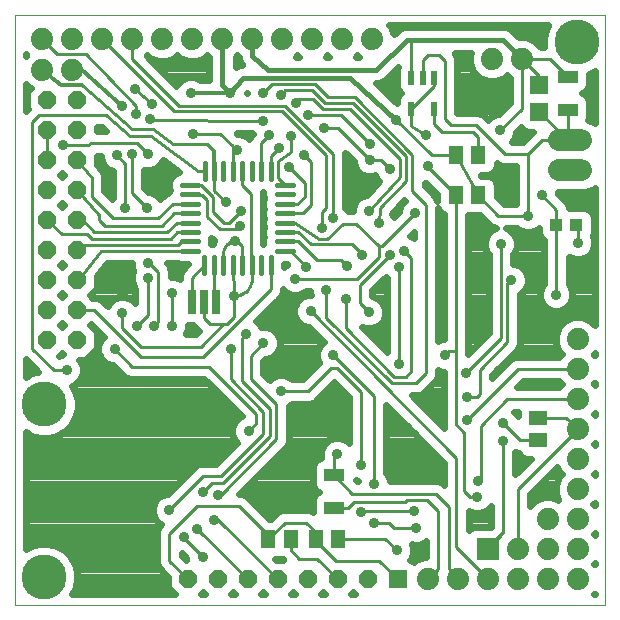
<source format=gbl>
G75*
G70*
%OFA0B0*%
%FSLAX24Y24*%
%IPPOS*%
%LPD*%
%AMOC8*
5,1,8,0,0,1.08239X$1,22.5*
%
%ADD10C,0.0000*%
%ADD11R,0.0700X0.0440*%
%ADD12C,0.0740*%
%ADD13C,0.0170*%
%ADD14R,0.0600X0.0600*%
%ADD15R,0.0276X0.0787*%
%ADD16OC8,0.0600*%
%ADD17R,0.0512X0.0630*%
%ADD18R,0.0740X0.0740*%
%ADD19R,0.0433X0.0394*%
%ADD20R,0.0217X0.0472*%
%ADD21R,0.0512X0.0591*%
%ADD22C,0.0740*%
%ADD23R,0.0630X0.0512*%
%ADD24C,0.0100*%
%ADD25C,0.0356*%
%ADD26C,0.0120*%
%ADD27C,0.0160*%
%ADD28C,0.1502*%
%ADD29C,0.0240*%
D10*
X000353Y000635D02*
X000353Y020320D01*
X020038Y020320D01*
X020038Y000635D01*
X000353Y000635D01*
D11*
X010994Y003867D03*
X010994Y004967D03*
X018778Y017153D03*
X018778Y018253D03*
D12*
X017262Y018840D03*
X016262Y018840D03*
X012276Y019495D03*
X011276Y019495D03*
X010276Y019495D03*
X009276Y019495D03*
X008276Y019495D03*
X007276Y019495D03*
X006268Y019495D03*
X005268Y019495D03*
X004268Y019495D03*
X003268Y019495D03*
X002268Y019495D03*
X001268Y019495D03*
X001276Y018489D03*
X002276Y018489D03*
X018113Y003497D03*
X018111Y002507D03*
X017111Y002507D03*
X017142Y001509D03*
X016142Y001509D03*
X015142Y001509D03*
X014142Y001509D03*
X018142Y001509D03*
X019142Y001509D03*
X019111Y002507D03*
X019113Y003497D03*
X019113Y004501D03*
X019113Y005501D03*
X019113Y006501D03*
X019113Y007501D03*
X019113Y008501D03*
X019113Y009501D03*
D13*
X009615Y012440D02*
X009085Y012440D01*
X009085Y012760D02*
X009615Y012760D01*
X009615Y013070D02*
X009085Y013070D01*
X009085Y013390D02*
X009615Y013390D01*
X009615Y013700D02*
X009085Y013700D01*
X009085Y014010D02*
X009615Y014010D01*
X009615Y014330D02*
X009085Y014330D01*
X009085Y014650D02*
X009615Y014650D01*
X008880Y014853D02*
X008880Y015383D01*
X008566Y015383D02*
X008566Y014853D01*
X008251Y014853D02*
X008251Y015383D01*
X007936Y015383D02*
X007936Y014853D01*
X007621Y014853D02*
X007621Y015383D01*
X007306Y015383D02*
X007306Y014853D01*
X006991Y014853D02*
X006991Y015383D01*
X006680Y015385D02*
X006680Y014855D01*
X006462Y014648D02*
X005932Y014648D01*
X005935Y014330D02*
X006465Y014330D01*
X006465Y014010D02*
X005935Y014010D01*
X005935Y013700D02*
X006465Y013700D01*
X006465Y013390D02*
X005935Y013390D01*
X005935Y013070D02*
X006465Y013070D01*
X006465Y012760D02*
X005935Y012760D01*
X005935Y012440D02*
X006465Y012440D01*
X006676Y012235D02*
X006676Y011705D01*
X006991Y011705D02*
X006991Y012235D01*
X007306Y012235D02*
X007306Y011705D01*
X007621Y011705D02*
X007621Y012235D01*
X007936Y012235D02*
X007936Y011705D01*
X008251Y011705D02*
X008251Y012235D01*
X008566Y012235D02*
X008566Y011705D01*
X008880Y011705D02*
X008880Y012235D01*
D14*
X017829Y017085D03*
X017829Y017985D03*
X013126Y001493D03*
D15*
X007050Y010741D03*
X006656Y010741D03*
X006262Y010741D03*
D16*
X002428Y010470D03*
X002428Y009470D03*
X001428Y009470D03*
X001428Y010470D03*
X001428Y011470D03*
X002428Y011470D03*
X002428Y012470D03*
X002428Y013470D03*
X002428Y014470D03*
X002428Y015470D03*
X002428Y016470D03*
X002428Y017470D03*
X001428Y017470D03*
X001428Y016470D03*
X001428Y015470D03*
X001428Y014470D03*
X001428Y013470D03*
X001428Y012470D03*
X006126Y001493D03*
X007126Y001493D03*
X008126Y001493D03*
X009126Y001493D03*
X010126Y001493D03*
X011126Y001493D03*
X012126Y001493D03*
D17*
X011140Y002848D03*
X010392Y002848D03*
X009557Y002848D03*
X008809Y002848D03*
D18*
X016111Y002507D03*
D19*
X018408Y013320D03*
X019077Y013320D03*
D20*
X014321Y017190D03*
X013573Y017190D03*
X013573Y018214D03*
X013947Y018214D03*
X014321Y018214D03*
D21*
X015061Y015627D03*
X015809Y015627D03*
X015802Y014304D03*
X015054Y014304D03*
D22*
X018495Y015127D02*
X019235Y015127D01*
X019235Y016127D02*
X018495Y016127D01*
D23*
X017786Y006879D03*
X017786Y006131D03*
D24*
X017199Y006131D01*
X016632Y006698D01*
X016632Y006107D02*
X016632Y003029D01*
X017111Y002507D02*
X017111Y004499D01*
X019113Y006501D01*
X018735Y006879D01*
X017786Y006879D01*
X016766Y007501D02*
X015884Y006619D01*
X015884Y004887D01*
X015786Y004789D01*
X015333Y004434D02*
X015530Y004237D01*
X015766Y004237D01*
X015333Y004434D02*
X015333Y006383D01*
X015054Y006663D01*
X015054Y009100D01*
X014821Y009100D01*
X014683Y008962D01*
X015054Y009100D02*
X015054Y014304D01*
X014113Y015245D01*
X014113Y015261D01*
X014258Y015627D02*
X013069Y016796D01*
X013573Y016611D02*
X013573Y017190D01*
X014321Y017938D01*
X014321Y018214D01*
X013947Y018214D02*
X013947Y018816D01*
X014113Y018981D01*
X014487Y018981D01*
X014683Y018785D01*
X014683Y016836D01*
X014880Y016639D01*
X015727Y016639D01*
X016691Y015674D01*
X017459Y015674D01*
X017931Y016147D01*
X018845Y016147D01*
X018865Y016127D01*
X018787Y016127D01*
X017829Y017085D01*
X017262Y017190D02*
X017262Y018840D01*
X017829Y018273D01*
X017829Y017985D01*
X018191Y018840D02*
X017262Y018840D01*
X018191Y018840D02*
X018778Y018253D01*
X018778Y017153D02*
X018778Y016214D01*
X018865Y016127D01*
X017459Y015674D02*
X017459Y013607D01*
X016475Y013607D01*
X015786Y014296D01*
X015802Y014304D02*
X015061Y015627D01*
X014258Y015627D01*
X014054Y016304D02*
X013573Y016611D01*
X014321Y016666D02*
X014585Y016403D01*
X015628Y016403D01*
X015806Y016226D01*
X015806Y015631D01*
X015809Y015627D01*
X016534Y016462D02*
X017262Y017190D01*
X014321Y017190D02*
X014321Y016666D01*
X013601Y015655D02*
X013601Y014434D01*
X014054Y013981D01*
X014054Y008371D01*
X013719Y008037D01*
X012912Y008037D01*
X010727Y010222D01*
X010727Y011147D01*
X011396Y010832D02*
X011396Y009867D01*
X013010Y008253D01*
X013384Y008253D01*
X013561Y008430D01*
X013561Y012210D01*
X013325Y012446D01*
X012853Y012308D02*
X011849Y011304D01*
X011849Y010714D01*
X012164Y010399D01*
X011770Y011521D02*
X012479Y012229D01*
X012479Y012603D01*
X012597Y012603D01*
X013699Y013706D01*
X013384Y014789D02*
X012518Y013863D01*
X012479Y013371D01*
X012164Y013785D02*
X013187Y014907D01*
X013187Y015517D01*
X011534Y017170D01*
X010628Y017170D01*
X010294Y017505D01*
X009841Y017505D01*
X009723Y017387D01*
X009349Y017289D02*
X010963Y015674D01*
X010963Y013529D01*
X011298Y013351D02*
X010766Y012859D01*
X010491Y012859D01*
X009685Y013390D01*
X009350Y013390D01*
X009350Y013700D02*
X009953Y013700D01*
X010235Y013981D01*
X010235Y015399D01*
X009998Y015635D01*
X009565Y015753D02*
X009565Y016265D01*
X009152Y015891D02*
X008880Y015619D01*
X008880Y015118D01*
X009132Y014868D02*
X009132Y015458D01*
X009565Y015753D01*
X009487Y015241D02*
X010018Y014710D01*
X010018Y014257D01*
X009771Y014010D01*
X009350Y014010D01*
X009350Y014650D02*
X009132Y014868D01*
X008566Y015118D02*
X008566Y016053D01*
X008837Y016324D01*
X008620Y016777D02*
X004939Y016796D01*
X004861Y016855D01*
X004959Y016501D02*
X004250Y016501D01*
X002597Y017977D01*
X002715Y019001D02*
X001762Y019001D01*
X001268Y019495D01*
X002715Y019001D02*
X004388Y017289D01*
X004388Y016993D01*
X004939Y017328D02*
X004369Y017840D01*
X004268Y018846D02*
X005825Y017289D01*
X009349Y017289D01*
X009270Y017111D02*
X005652Y017111D01*
X003268Y019495D01*
X004268Y019495D02*
X004268Y018846D01*
X003404Y016974D02*
X001160Y016974D01*
X000943Y016757D01*
X000943Y009178D01*
X001652Y008470D01*
X002085Y008470D01*
X003680Y009178D02*
X004270Y008588D01*
X006829Y008588D01*
X008404Y007013D01*
X008404Y006698D01*
X008148Y006442D01*
X008640Y006344D02*
X007243Y004946D01*
X006632Y004946D01*
X005491Y003804D01*
X005510Y003017D02*
X005510Y002109D01*
X006126Y001493D01*
X006613Y002249D02*
X005983Y002879D01*
X005983Y002918D01*
X006435Y003184D02*
X008126Y001493D01*
X009126Y001493D02*
X007130Y003489D01*
X007006Y003489D01*
X006435Y003942D02*
X005510Y003017D01*
X006435Y003942D02*
X007833Y003942D01*
X008809Y002966D01*
X008809Y002848D01*
X009353Y003391D01*
X010077Y003391D01*
X010392Y003076D01*
X010392Y002848D01*
X010392Y002781D01*
X011061Y002111D01*
X012508Y002111D01*
X013126Y001493D01*
X013094Y002461D02*
X012707Y002848D01*
X011140Y002848D01*
X010430Y002190D02*
X011126Y001493D01*
X010430Y002190D02*
X009841Y002190D01*
X009557Y002474D01*
X009557Y002848D01*
X010994Y003867D02*
X011459Y003867D01*
X011652Y004060D01*
X013365Y004060D01*
X013443Y004139D01*
X014093Y004139D01*
X014467Y003765D01*
X014467Y001834D01*
X014142Y001509D01*
X014821Y001830D02*
X015142Y001509D01*
X014821Y001830D02*
X014821Y003922D01*
X014388Y004355D01*
X011606Y004355D01*
X010994Y004967D01*
X010994Y005568D01*
X011101Y005674D01*
X011908Y005320D02*
X011908Y007741D01*
X011101Y008548D01*
X010904Y008548D01*
X010117Y007761D01*
X009231Y007761D01*
X009073Y007328D02*
X009073Y006166D01*
X007223Y004316D01*
X007124Y004316D01*
X007302Y004710D02*
X006928Y004710D01*
X006613Y004395D01*
X007302Y004710D02*
X008857Y006265D01*
X008857Y007170D01*
X007912Y008115D01*
X007912Y009552D01*
X008069Y009690D01*
X008640Y009375D02*
X008227Y008942D01*
X008227Y008174D01*
X009073Y007328D01*
X008640Y007092D02*
X008640Y006344D01*
X008640Y007092D02*
X007557Y008174D01*
X007557Y009178D01*
X007439Y010005D02*
X006849Y010005D01*
X006656Y010198D01*
X006656Y010741D01*
X006991Y010741D02*
X007050Y010741D01*
X006991Y010741D02*
X006991Y011970D01*
X006676Y011970D02*
X006262Y011555D01*
X006262Y010741D01*
X005589Y011048D02*
X005589Y009946D01*
X005136Y010064D02*
X004998Y009926D01*
X005136Y010064D02*
X005136Y011737D01*
X004841Y012033D01*
X004782Y012033D01*
X004782Y011540D02*
X004782Y010300D01*
X004428Y009946D01*
X003935Y009887D02*
X003935Y010379D01*
X003935Y009887D02*
X004565Y009257D01*
X006554Y009257D01*
X007302Y010005D01*
X007439Y010005D01*
X007538Y010103D01*
X007439Y010005D02*
X007676Y010241D01*
X007676Y010950D01*
X007621Y011970D01*
X007306Y011970D02*
X007306Y012411D01*
X007307Y012411D02*
X007310Y012447D01*
X007317Y012482D01*
X007328Y012517D01*
X007342Y012551D01*
X007359Y012583D01*
X007380Y012613D01*
X007403Y012641D01*
X007429Y012666D01*
X007457Y012689D01*
X007487Y012709D01*
X007519Y012726D01*
X007553Y012740D01*
X007588Y012750D01*
X007623Y012757D01*
X007659Y012761D01*
X007696Y012760D01*
X007696Y012761D02*
X007727Y012757D01*
X007757Y012749D01*
X007787Y012737D01*
X007814Y012722D01*
X007840Y012704D01*
X007863Y012683D01*
X007884Y012659D01*
X007901Y012633D01*
X007916Y012605D01*
X007926Y012575D01*
X007933Y012544D01*
X007937Y012513D01*
X007936Y012481D01*
X007936Y011970D01*
X008227Y011993D02*
X008251Y011970D01*
X008251Y011525D01*
X008227Y011993D02*
X008227Y014355D01*
X007936Y014646D01*
X007936Y015118D01*
X007621Y015118D02*
X007621Y015926D01*
X007203Y016344D01*
X006298Y016344D01*
X006770Y016009D02*
X005628Y016009D01*
X004959Y016501D01*
X004880Y016285D02*
X004191Y016285D01*
X003404Y016974D01*
X002872Y016029D02*
X002833Y015989D01*
X001947Y015989D01*
X002428Y015470D02*
X002912Y014887D01*
X002912Y014257D01*
X003640Y013529D01*
X005136Y013529D01*
X005617Y014010D01*
X006200Y014010D01*
X006200Y014330D02*
X006343Y014330D01*
X006357Y014316D01*
X006593Y014316D01*
X006750Y014159D01*
X006750Y013588D01*
X007183Y013174D01*
X007794Y013174D01*
X007872Y013273D01*
X007479Y013371D02*
X007892Y013785D01*
X007479Y013371D02*
X007341Y013371D01*
X006947Y013745D01*
X006947Y014237D01*
X006556Y014628D01*
X006197Y014648D01*
X006459Y015120D02*
X004880Y016285D01*
X004428Y016029D02*
X002872Y016029D01*
X003758Y015635D02*
X004034Y015359D01*
X004034Y013863D01*
X004250Y014375D02*
X004250Y015674D01*
X004428Y016029D02*
X004782Y015674D01*
X004250Y014375D02*
X004762Y013863D01*
X005254Y013292D02*
X005661Y013700D01*
X006200Y013700D01*
X006200Y013390D02*
X006357Y013391D01*
X005746Y013391D01*
X005431Y013076D01*
X003010Y013076D01*
X002617Y013470D01*
X002428Y013470D01*
X002774Y012997D02*
X001939Y012997D01*
X001428Y013470D01*
X002428Y014470D02*
X003148Y013651D01*
X003148Y013489D01*
X003345Y013292D01*
X005254Y013292D01*
X005550Y012859D02*
X005760Y013070D01*
X006200Y013070D01*
X006200Y012760D02*
X005922Y012760D01*
X005806Y012643D01*
X002620Y012643D01*
X002428Y012470D01*
X002912Y012859D02*
X002774Y012997D01*
X002912Y012859D02*
X005550Y012859D01*
X006200Y012440D02*
X003240Y012440D01*
X002447Y011489D01*
X002428Y011470D01*
X002428Y010470D02*
X002998Y010470D01*
X004546Y008922D01*
X006632Y008922D01*
X008880Y011170D01*
X008880Y011970D01*
X009350Y012440D02*
X009552Y012440D01*
X010077Y011914D01*
X009703Y011521D02*
X011770Y011521D01*
X011416Y011954D02*
X011219Y012151D01*
X010412Y012151D01*
X009803Y012760D01*
X009350Y012760D01*
X009350Y013070D02*
X009808Y013070D01*
X010215Y012663D01*
X011593Y012663D01*
X011928Y012328D01*
X011928Y012308D01*
X012479Y012603D02*
X011731Y013351D01*
X011298Y013351D01*
X010609Y013194D02*
X010609Y013745D01*
X010727Y013863D01*
X010727Y015655D01*
X009270Y017111D01*
X009211Y017643D02*
X009349Y017800D01*
X010254Y017800D01*
X010687Y017367D01*
X011613Y017367D01*
X013384Y015596D01*
X013384Y014789D01*
X012853Y015182D02*
X012557Y015477D01*
X012183Y015477D01*
X011120Y016540D01*
X010668Y016540D01*
X010136Y016974D02*
X011219Y016974D01*
X012183Y016009D01*
X013601Y015655D02*
X011691Y017564D01*
X010786Y017564D01*
X010353Y017997D01*
X008916Y017997D01*
X008640Y017702D01*
X006770Y016009D02*
X006991Y015788D01*
X007621Y015718D02*
X007621Y015118D01*
X007621Y015718D02*
X007754Y015812D01*
X006991Y015118D02*
X006991Y014449D01*
X007380Y014060D01*
X006680Y015120D02*
X006459Y015120D01*
X006219Y017702D02*
X006239Y017722D01*
X001428Y016470D02*
X001428Y015470D01*
X007676Y010950D02*
X007721Y010952D01*
X007766Y010957D01*
X007810Y010966D01*
X007854Y010978D01*
X007896Y010994D01*
X007937Y011013D01*
X007976Y011035D01*
X008014Y011060D01*
X008049Y011088D01*
X008083Y011118D01*
X008113Y011152D01*
X008141Y011187D01*
X008166Y011225D01*
X008188Y011264D01*
X008207Y011305D01*
X008223Y011347D01*
X008235Y011391D01*
X008244Y011435D01*
X008249Y011480D01*
X008251Y011525D01*
X010215Y010438D02*
X015077Y005537D01*
X015077Y002574D01*
X016142Y001509D01*
X013719Y003194D02*
X013010Y003194D01*
X012833Y003371D01*
X012321Y003371D01*
X011928Y003765D02*
X011888Y003726D01*
X011928Y003765D02*
X013660Y003765D01*
X012321Y004690D02*
X012321Y007623D01*
X010963Y008981D01*
X013168Y008686D02*
X013168Y011895D01*
X015845Y008489D02*
X015845Y007682D01*
X015746Y007584D01*
X015412Y007584D01*
X015431Y006816D02*
X017124Y008509D01*
X019105Y008509D01*
X019113Y008501D01*
X019113Y007501D02*
X016766Y007501D01*
X015845Y008489D02*
X016770Y009414D01*
X016770Y011383D01*
X016908Y011481D01*
X016554Y012682D02*
X016554Y009533D01*
X015392Y008371D01*
X018404Y010989D02*
X018404Y013371D01*
X018404Y013324D01*
X018408Y013320D01*
X018404Y013371D02*
X018404Y013824D01*
X017931Y014296D01*
X019077Y013320D02*
X019132Y013265D01*
X019132Y012702D01*
X013573Y018214D02*
X013573Y019474D01*
X013620Y019474D01*
D25*
X013069Y016796D03*
X012183Y016009D03*
X012183Y015477D03*
X012853Y015182D03*
X014113Y015261D03*
X014054Y016304D03*
X016534Y016462D03*
X017931Y014296D03*
X017459Y013607D03*
X016554Y012682D03*
X016908Y011481D03*
X018404Y010989D03*
X019132Y012702D03*
X015392Y008371D03*
X014683Y008962D03*
X015412Y007584D03*
X015431Y006816D03*
X016632Y006698D03*
X016632Y006107D03*
X015786Y004789D03*
X015766Y004237D03*
X013660Y003765D03*
X013719Y003194D03*
X013094Y002461D03*
X012321Y003371D03*
X011888Y003726D03*
X012321Y004690D03*
X011908Y005320D03*
X011101Y005674D03*
X009231Y007761D03*
X008148Y006442D03*
X007124Y004316D03*
X006613Y004395D03*
X007006Y003489D03*
X006435Y003184D03*
X005983Y002918D03*
X006613Y002249D03*
X005491Y003804D03*
X002085Y008470D03*
X003680Y009178D03*
X004428Y009946D03*
X003935Y010379D03*
X004998Y009926D03*
X005589Y009946D03*
X005589Y011048D03*
X004782Y011540D03*
X004782Y012033D03*
X004762Y013863D03*
X004034Y013863D03*
X003758Y015635D03*
X004250Y015674D03*
X004782Y015674D03*
X004861Y016855D03*
X004939Y017328D03*
X004388Y016993D03*
X003916Y017269D03*
X004369Y017840D03*
X006219Y017702D03*
X007518Y017722D03*
X008640Y017702D03*
X009211Y017643D03*
X009723Y017387D03*
X010136Y016974D03*
X010668Y016540D03*
X009998Y015635D03*
X009487Y015241D03*
X009152Y015891D03*
X008837Y016324D03*
X008620Y016777D03*
X009565Y016265D03*
X007754Y015812D03*
X006298Y016344D03*
X007380Y014060D03*
X007892Y013785D03*
X007872Y013273D03*
X007695Y012761D03*
X007676Y010950D03*
X008069Y009690D03*
X008640Y009375D03*
X007557Y009178D03*
X009703Y011521D03*
X010077Y011914D03*
X010727Y011147D03*
X011396Y010832D03*
X012164Y010399D03*
X013168Y011895D03*
X012853Y012308D03*
X013325Y012446D03*
X012479Y013371D03*
X012164Y013785D03*
X010963Y013529D03*
X010609Y013194D03*
X011416Y011954D03*
X011928Y012308D03*
X013699Y013706D03*
X010215Y010438D03*
X010963Y008981D03*
X013168Y008686D03*
X001947Y015989D03*
D26*
X003916Y017269D02*
X002597Y018489D01*
X002276Y018489D01*
X002597Y017977D02*
X001886Y017977D01*
X001276Y018489D01*
X006239Y017722D02*
X007518Y017722D01*
X006991Y015788D02*
X006991Y015118D01*
X016632Y003029D02*
X016111Y002507D01*
D27*
X013069Y016796D02*
X011534Y018214D01*
X007971Y018214D01*
X007518Y017722D01*
X007276Y017964D01*
X007276Y019495D01*
X008276Y019495D02*
X008276Y018930D01*
X008796Y018470D01*
X012400Y018470D01*
X013424Y019474D01*
X013620Y019474D01*
X016628Y019474D01*
X017262Y018840D01*
D28*
X019093Y019395D03*
X001337Y007328D03*
X001317Y001580D03*
D29*
X002263Y000995D02*
X002353Y001151D01*
X002428Y001434D01*
X002428Y001726D01*
X002353Y002009D01*
X002206Y002262D01*
X002000Y002469D01*
X001746Y002615D01*
X001464Y002691D01*
X001171Y002691D01*
X000888Y002615D01*
X000713Y002514D01*
X000713Y006405D01*
X000908Y006292D01*
X001191Y006217D01*
X001483Y006217D01*
X001766Y006292D01*
X002019Y006439D01*
X002226Y006646D01*
X002372Y006899D01*
X002448Y007182D01*
X002448Y007474D01*
X002372Y007757D01*
X002256Y007958D01*
X002390Y008013D01*
X002541Y008165D01*
X002623Y008363D01*
X002623Y008577D01*
X002541Y008774D01*
X002506Y008810D01*
X002701Y008810D01*
X003088Y009196D01*
X003088Y009743D01*
X002861Y009970D01*
X002890Y009998D01*
X003314Y009574D01*
X003223Y009483D01*
X003141Y009285D01*
X003141Y009071D01*
X003223Y008873D01*
X003375Y008722D01*
X003572Y008640D01*
X003638Y008640D01*
X003922Y008355D01*
X004038Y008240D01*
X004189Y008178D01*
X006659Y008178D01*
X007911Y006926D01*
X007843Y006898D01*
X007692Y006747D01*
X007610Y006549D01*
X007610Y006335D01*
X007692Y006137D01*
X007773Y006056D01*
X007073Y005356D01*
X006714Y005356D01*
X006551Y005356D01*
X006400Y005294D01*
X005449Y004342D01*
X005383Y004342D01*
X005186Y004260D01*
X005034Y004109D01*
X004952Y003911D01*
X004952Y003697D01*
X005034Y003499D01*
X005186Y003348D01*
X005239Y003326D01*
X005163Y003249D01*
X005100Y003098D01*
X005100Y002191D01*
X005100Y002028D01*
X005163Y001877D01*
X005466Y001573D01*
X005466Y001220D01*
X005691Y000995D01*
X002263Y000995D01*
X002330Y001112D02*
X005574Y001112D01*
X005466Y001351D02*
X002406Y001351D01*
X002428Y001589D02*
X005451Y001589D01*
X005212Y001828D02*
X002401Y001828D01*
X002320Y002066D02*
X005100Y002066D01*
X005100Y002305D02*
X002164Y002305D01*
X001871Y002543D02*
X005100Y002543D01*
X005100Y002782D02*
X000713Y002782D01*
X000713Y003020D02*
X005100Y003020D01*
X005173Y003259D02*
X000713Y003259D01*
X000713Y003497D02*
X005036Y003497D01*
X004952Y003736D02*
X000713Y003736D01*
X000713Y003975D02*
X004979Y003975D01*
X005138Y004213D02*
X000713Y004213D01*
X000713Y004452D02*
X005558Y004452D01*
X005797Y004690D02*
X000713Y004690D01*
X000713Y004929D02*
X006035Y004929D01*
X006274Y005167D02*
X000713Y005167D01*
X000713Y005406D02*
X007123Y005406D01*
X007361Y005644D02*
X000713Y005644D01*
X000713Y005883D02*
X007600Y005883D01*
X007708Y006121D02*
X000713Y006121D01*
X000713Y006360D02*
X000791Y006360D01*
X001883Y006360D02*
X007610Y006360D01*
X007630Y006599D02*
X002179Y006599D01*
X002337Y006837D02*
X007782Y006837D01*
X007761Y007076D02*
X002420Y007076D01*
X002448Y007314D02*
X007523Y007314D01*
X007284Y007553D02*
X002427Y007553D01*
X002353Y007791D02*
X007046Y007791D01*
X006807Y008030D02*
X002406Y008030D01*
X002584Y008268D02*
X004010Y008268D01*
X003771Y008507D02*
X002623Y008507D01*
X002553Y008745D02*
X003351Y008745D01*
X003178Y008984D02*
X002875Y008984D01*
X003088Y009223D02*
X003141Y009223D01*
X003088Y009461D02*
X003214Y009461D01*
X003189Y009700D02*
X003088Y009700D01*
X002950Y009938D02*
X002892Y009938D01*
X003445Y010602D02*
X003231Y010817D01*
X003080Y010880D01*
X002951Y010880D01*
X002861Y010970D01*
X003088Y011196D01*
X003088Y011617D01*
X003432Y012030D01*
X004244Y012030D01*
X004244Y011926D01*
X004301Y011786D01*
X004244Y011648D01*
X004244Y011433D01*
X004326Y011236D01*
X004372Y011189D01*
X004372Y010704D01*
X004240Y010835D01*
X004042Y010917D01*
X003828Y010917D01*
X003631Y010835D01*
X003479Y010684D01*
X003445Y010602D01*
X003467Y010654D02*
X003394Y010654D01*
X003769Y010892D02*
X002938Y010892D01*
X003022Y011131D02*
X004372Y011131D01*
X004372Y010892D02*
X004102Y010892D01*
X004270Y011369D02*
X003088Y011369D01*
X003088Y011608D02*
X004244Y011608D01*
X004276Y011846D02*
X003279Y011846D01*
X001994Y011970D02*
X001928Y011903D01*
X001861Y011970D01*
X001928Y012036D01*
X001994Y011970D01*
X001928Y011036D02*
X001994Y010970D01*
X001928Y010903D01*
X001861Y010970D01*
X001928Y011036D01*
X001928Y010036D02*
X001994Y009970D01*
X001928Y009903D01*
X001861Y009970D01*
X001928Y010036D01*
X001892Y009938D02*
X001963Y009938D01*
X001928Y009036D02*
X001843Y008952D01*
X001963Y009001D01*
X001928Y009036D01*
X001921Y008984D02*
X001875Y008984D01*
X001121Y008420D02*
X000908Y008363D01*
X000713Y008250D01*
X000713Y008829D01*
X001121Y008420D01*
X001035Y008507D02*
X000713Y008507D01*
X000713Y008745D02*
X000796Y008745D01*
X000744Y008268D02*
X000713Y008268D01*
X005546Y011586D02*
X005546Y011819D01*
X005484Y011970D01*
X005424Y012030D01*
X005762Y012030D01*
X005847Y011995D01*
X006122Y011995D01*
X006030Y011903D01*
X005915Y011788D01*
X005852Y011637D01*
X005852Y011522D01*
X005696Y011586D01*
X005546Y011586D01*
X005546Y011608D02*
X005852Y011608D01*
X005974Y011846D02*
X005535Y011846D01*
X006910Y012680D02*
X006949Y012680D01*
X007008Y012803D01*
X006959Y012821D01*
X006956Y012825D01*
X006951Y012827D01*
X006897Y012881D01*
X006896Y012882D01*
X006910Y012848D01*
X006910Y012680D01*
X006910Y012801D02*
X007007Y012801D01*
X005490Y014401D02*
X005385Y014357D01*
X005270Y014242D01*
X005207Y014179D01*
X005067Y014319D01*
X004869Y014401D01*
X004804Y014401D01*
X004660Y014545D01*
X004660Y015142D01*
X004675Y015136D01*
X004889Y015136D01*
X005087Y015218D01*
X005238Y015369D01*
X005283Y015478D01*
X005819Y015083D01*
X005680Y015025D01*
X005555Y014900D01*
X005487Y014736D01*
X005487Y014559D01*
X005518Y014485D01*
X005490Y014418D01*
X005490Y014401D01*
X005512Y014470D02*
X004735Y014470D01*
X004660Y014709D02*
X005487Y014709D01*
X005602Y014948D02*
X004660Y014948D01*
X005009Y015186D02*
X005678Y015186D01*
X005355Y015425D02*
X005261Y015425D01*
X005260Y014232D02*
X005155Y014232D01*
X003624Y014232D02*
X003517Y014232D01*
X003579Y014169D02*
X003624Y014214D01*
X003624Y015108D01*
X003453Y015179D01*
X003302Y015330D01*
X003220Y015528D01*
X003220Y015619D01*
X003088Y015619D01*
X003088Y015317D01*
X003215Y015163D01*
X003259Y015119D01*
X003267Y015101D01*
X003279Y015086D01*
X003298Y015026D01*
X003322Y014968D01*
X003322Y014949D01*
X003328Y014930D01*
X003322Y014868D01*
X003322Y014427D01*
X003579Y014169D01*
X003624Y014470D02*
X003322Y014470D01*
X003322Y014709D02*
X003624Y014709D01*
X003624Y014948D02*
X003322Y014948D01*
X003446Y015186D02*
X003196Y015186D01*
X003263Y015425D02*
X003088Y015425D01*
X003088Y016439D02*
X003088Y016564D01*
X003250Y016564D01*
X003393Y016439D01*
X003088Y016439D01*
X001928Y015036D02*
X001994Y014970D01*
X001928Y014903D01*
X001861Y014970D01*
X001928Y015036D01*
X001883Y014948D02*
X001972Y014948D01*
X001928Y014036D02*
X001994Y013970D01*
X001928Y013903D01*
X001861Y013970D01*
X001928Y014036D01*
X001885Y013993D02*
X001970Y013993D01*
X000713Y017106D02*
X000713Y018020D01*
X000862Y017870D01*
X000886Y017861D01*
X000768Y017743D01*
X000768Y017196D01*
X000785Y017179D01*
X000713Y017106D01*
X000713Y017333D02*
X000768Y017333D01*
X000768Y017572D02*
X000713Y017572D01*
X000713Y017810D02*
X000835Y017810D01*
X000713Y018958D02*
X000713Y019018D01*
X000743Y018988D01*
X000713Y018958D01*
X000713Y019003D02*
X000728Y019003D01*
X004749Y018944D02*
X004768Y018963D01*
X004855Y018876D01*
X005123Y018765D01*
X005413Y018765D01*
X005682Y018876D01*
X005768Y018963D01*
X005855Y018876D01*
X006123Y018765D01*
X006413Y018765D01*
X006682Y018876D01*
X006772Y018967D01*
X006836Y018903D01*
X006836Y018142D01*
X006540Y018142D01*
X006524Y018158D01*
X006326Y018240D01*
X006112Y018240D01*
X005914Y018158D01*
X005763Y018007D01*
X005740Y017953D01*
X004749Y018944D01*
X004929Y018764D02*
X006836Y018764D01*
X006836Y018526D02*
X005168Y018526D01*
X005406Y018287D02*
X006836Y018287D01*
X007716Y018581D02*
X007716Y018903D01*
X007776Y018963D01*
X007836Y018903D01*
X007836Y018843D01*
X007841Y018830D01*
X007842Y018816D01*
X007874Y018750D01*
X007903Y018681D01*
X007913Y018671D01*
X007919Y018659D01*
X007925Y018654D01*
X007883Y018654D01*
X007875Y018650D01*
X007865Y018650D01*
X007794Y018617D01*
X007722Y018587D01*
X007716Y018581D01*
X007716Y018764D02*
X007867Y018764D01*
X008102Y017706D02*
X008095Y017698D01*
X008102Y017698D01*
X008102Y017706D01*
X008268Y016369D02*
X007755Y016371D01*
X007776Y016350D01*
X007861Y016350D01*
X008059Y016268D01*
X008167Y016161D01*
X008218Y016285D01*
X008285Y016351D01*
X008268Y016369D01*
X008637Y014408D02*
X008640Y014408D01*
X008640Y014241D01*
X008670Y014170D01*
X008640Y014098D01*
X008640Y013921D01*
X008668Y013855D01*
X008640Y013788D01*
X008640Y013611D01*
X008668Y013545D01*
X008640Y013478D01*
X008640Y013301D01*
X008670Y013230D01*
X008640Y013158D01*
X008640Y012981D01*
X008668Y012915D01*
X008640Y012848D01*
X008640Y012680D01*
X008637Y012680D01*
X008637Y014408D01*
X008637Y014232D02*
X008644Y014232D01*
X008637Y013993D02*
X008640Y013993D01*
X008637Y013755D02*
X008640Y013755D01*
X008637Y013516D02*
X008656Y013516D01*
X008637Y013278D02*
X008650Y013278D01*
X008637Y013039D02*
X008640Y013039D01*
X008637Y012801D02*
X008640Y012801D01*
X009325Y011995D02*
X009325Y011904D01*
X009398Y011977D01*
X009424Y011988D01*
X009417Y011995D01*
X009325Y011995D01*
X009290Y011173D02*
X009398Y011065D01*
X009596Y010983D01*
X009810Y010983D01*
X010008Y011065D01*
X010054Y011111D01*
X010189Y011111D01*
X010189Y011040D01*
X010215Y010976D01*
X010108Y010976D01*
X009910Y010894D01*
X009759Y010743D01*
X009677Y010545D01*
X009677Y010331D01*
X009759Y010133D01*
X009910Y009982D01*
X010108Y009900D01*
X010171Y009900D01*
X010644Y009423D01*
X010507Y009286D01*
X010425Y009088D01*
X010425Y008874D01*
X010491Y008715D01*
X009947Y008171D01*
X009582Y008171D01*
X009536Y008217D01*
X009338Y008299D01*
X009124Y008299D01*
X008926Y008217D01*
X008845Y008136D01*
X008637Y008344D01*
X008637Y008778D01*
X008693Y008837D01*
X008747Y008837D01*
X008945Y008919D01*
X009096Y009070D01*
X009178Y009268D01*
X009178Y009482D01*
X009096Y009680D01*
X008945Y009831D01*
X008747Y009913D01*
X008559Y009913D01*
X008525Y009995D01*
X008405Y010115D01*
X009113Y010823D01*
X009228Y010938D01*
X009290Y011089D01*
X009290Y011173D01*
X009290Y011131D02*
X009332Y011131D01*
X009182Y010892D02*
X009908Y010892D01*
X009722Y010654D02*
X008943Y010654D01*
X008705Y010415D02*
X009677Y010415D01*
X009741Y010177D02*
X008466Y010177D01*
X008549Y009938D02*
X010016Y009938D01*
X010370Y009700D02*
X009077Y009700D01*
X009178Y009461D02*
X010607Y009461D01*
X010480Y009223D02*
X009159Y009223D01*
X009010Y008984D02*
X010425Y008984D01*
X010478Y008745D02*
X008637Y008745D01*
X008637Y008507D02*
X010283Y008507D01*
X010044Y008268D02*
X009412Y008268D01*
X009050Y008268D02*
X008713Y008268D01*
X009483Y007283D02*
X009536Y007305D01*
X009582Y007351D01*
X010035Y007351D01*
X010198Y007351D01*
X010349Y007413D01*
X011002Y008067D01*
X011498Y007571D01*
X011498Y006038D01*
X011406Y006130D01*
X011208Y006212D01*
X010994Y006212D01*
X010796Y006130D01*
X010645Y005979D01*
X010563Y005781D01*
X010563Y005567D01*
X010571Y005547D01*
X010441Y005492D01*
X010339Y005391D01*
X010284Y005259D01*
X010284Y004676D01*
X010339Y004543D01*
X010441Y004442D01*
X010501Y004417D01*
X010441Y004392D01*
X010339Y004291D01*
X010284Y004159D01*
X010284Y003749D01*
X010159Y003801D01*
X009996Y003801D01*
X009271Y003801D01*
X009121Y003738D01*
X009005Y003623D01*
X008905Y003522D01*
X008832Y003522D01*
X008065Y004290D01*
X007915Y004352D01*
X007839Y004352D01*
X009421Y005934D01*
X009483Y006085D01*
X009483Y006248D01*
X009483Y007283D01*
X009545Y007314D02*
X011498Y007314D01*
X011498Y007076D02*
X009483Y007076D01*
X009483Y006837D02*
X011498Y006837D01*
X011498Y006599D02*
X009483Y006599D01*
X009483Y006360D02*
X011498Y006360D01*
X011498Y006121D02*
X011415Y006121D01*
X010787Y006121D02*
X009483Y006121D01*
X009369Y005883D02*
X010605Y005883D01*
X010563Y005644D02*
X009131Y005644D01*
X008892Y005406D02*
X010354Y005406D01*
X010284Y005167D02*
X008654Y005167D01*
X008415Y004929D02*
X010284Y004929D01*
X010284Y004690D02*
X008177Y004690D01*
X007938Y004452D02*
X010431Y004452D01*
X010307Y004213D02*
X008142Y004213D01*
X008380Y003975D02*
X010284Y003975D01*
X009118Y003736D02*
X008619Y003736D01*
X009027Y002173D02*
X009137Y002173D01*
X009183Y002192D01*
X009230Y002173D01*
X009279Y002173D01*
X009298Y002153D01*
X009046Y002153D01*
X009027Y002173D01*
X008626Y001060D02*
X008691Y000995D01*
X008561Y000995D01*
X008626Y001060D01*
X007691Y000995D02*
X007626Y001060D01*
X007561Y000995D01*
X007691Y000995D01*
X006691Y000995D02*
X006626Y001060D01*
X006561Y000995D01*
X006691Y000995D01*
X006074Y002153D02*
X006046Y002153D01*
X005920Y002279D01*
X005920Y002362D01*
X006074Y002207D01*
X006074Y002153D01*
X005977Y002305D02*
X005920Y002305D01*
X009561Y000995D02*
X009626Y001060D01*
X009691Y000995D01*
X009561Y000995D01*
X010561Y000995D02*
X010626Y001060D01*
X010691Y000995D01*
X010561Y000995D01*
X011561Y000995D02*
X011626Y001060D01*
X011691Y000995D01*
X011561Y000995D01*
X013533Y002139D02*
X013550Y002156D01*
X013632Y002354D01*
X013632Y002568D01*
X013592Y002664D01*
X013612Y002656D01*
X013826Y002656D01*
X014024Y002738D01*
X014057Y002771D01*
X014057Y002239D01*
X013997Y002239D01*
X013729Y002128D01*
X013665Y002064D01*
X013630Y002098D01*
X013533Y002139D01*
X013662Y002066D02*
X013667Y002066D01*
X013612Y002305D02*
X014057Y002305D01*
X014057Y002543D02*
X013632Y002543D01*
X015487Y003133D02*
X015487Y003770D01*
X015659Y003699D01*
X015873Y003699D01*
X016071Y003781D01*
X016222Y003932D01*
X016222Y003933D01*
X016222Y003237D01*
X015669Y003237D01*
X015537Y003182D01*
X015487Y003133D01*
X015487Y003259D02*
X016222Y003259D01*
X016222Y003497D02*
X015487Y003497D01*
X015487Y003736D02*
X015570Y003736D01*
X015962Y003736D02*
X016222Y003736D01*
X017042Y005011D02*
X017042Y005752D01*
X017118Y005721D01*
X017145Y005721D01*
X017166Y005671D01*
X017267Y005570D01*
X017399Y005515D01*
X017547Y005515D01*
X017042Y005011D01*
X017042Y005167D02*
X017199Y005167D01*
X017042Y005406D02*
X017438Y005406D01*
X017192Y005644D02*
X017042Y005644D01*
X017881Y004690D02*
X018401Y004690D01*
X018383Y004646D02*
X018383Y004356D01*
X018473Y004138D01*
X018258Y004227D01*
X017967Y004227D01*
X017699Y004116D01*
X017521Y003937D01*
X017521Y004329D01*
X018431Y005240D01*
X018494Y005088D01*
X018580Y005001D01*
X018494Y004915D01*
X018383Y004646D01*
X018383Y004452D02*
X017643Y004452D01*
X017521Y004213D02*
X017934Y004213D01*
X018292Y004213D02*
X018442Y004213D01*
X018508Y004929D02*
X018120Y004929D01*
X018359Y005167D02*
X018461Y005167D01*
X019645Y005001D02*
X019678Y005034D01*
X019678Y004968D01*
X019645Y005001D01*
X019678Y004034D02*
X019643Y003999D01*
X019678Y003964D01*
X019678Y004034D01*
X019668Y003975D02*
X019678Y003975D01*
X019678Y003030D02*
X019678Y002972D01*
X019649Y003001D01*
X019678Y003030D01*
X019678Y003020D02*
X019668Y003020D01*
X019678Y002042D02*
X019678Y002006D01*
X019660Y002024D01*
X019678Y002042D01*
X019678Y001012D02*
X019678Y000995D01*
X019660Y000995D01*
X019678Y001012D01*
X017558Y003975D02*
X017521Y003975D01*
X019645Y006001D02*
X019678Y006034D01*
X019678Y005968D01*
X019645Y006001D01*
X019678Y006968D02*
X019645Y007001D01*
X019678Y007034D01*
X019678Y006968D01*
X019678Y007968D02*
X019645Y008001D01*
X019678Y008034D01*
X019678Y007968D01*
X019674Y008030D02*
X019678Y008030D01*
X019678Y008968D02*
X019645Y009001D01*
X019678Y009034D01*
X019678Y008968D01*
X019678Y008984D02*
X019662Y008984D01*
X019678Y009968D02*
X019526Y010120D01*
X019258Y010231D01*
X018967Y010231D01*
X018699Y010120D01*
X018494Y009915D01*
X018383Y009646D01*
X018383Y009356D01*
X018494Y009088D01*
X018580Y009001D01*
X018498Y008919D01*
X017206Y008919D01*
X017043Y008919D01*
X016892Y008857D01*
X016255Y008219D01*
X016255Y008319D01*
X017118Y009182D01*
X017180Y009333D01*
X017180Y009496D01*
X017180Y011012D01*
X017213Y011025D01*
X017364Y011177D01*
X017446Y011374D01*
X017446Y011588D01*
X017364Y011786D01*
X017213Y011938D01*
X017015Y012019D01*
X016964Y012019D01*
X016964Y012331D01*
X017010Y012377D01*
X017092Y012575D01*
X017092Y012789D01*
X017010Y012987D01*
X016858Y013138D01*
X016716Y013197D01*
X017108Y013197D01*
X017154Y013151D01*
X017352Y013069D01*
X017566Y013069D01*
X017764Y013151D01*
X017831Y013219D01*
X017831Y013051D01*
X017886Y012919D01*
X017987Y012818D01*
X017994Y012815D01*
X017994Y011340D01*
X017948Y011294D01*
X017866Y011096D01*
X017866Y010882D01*
X017948Y010684D01*
X018099Y010533D01*
X018297Y010451D01*
X018511Y010451D01*
X018709Y010533D01*
X018860Y010684D01*
X018942Y010882D01*
X018942Y011096D01*
X018860Y011294D01*
X018814Y011340D01*
X018814Y012259D01*
X018827Y012246D01*
X019025Y012164D01*
X019239Y012164D01*
X019437Y012246D01*
X019588Y012397D01*
X019670Y012595D01*
X019670Y012809D01*
X019612Y012950D01*
X019654Y013051D01*
X019654Y013588D01*
X019599Y013721D01*
X019498Y013822D01*
X019365Y013877D01*
X018814Y013877D01*
X018814Y013905D01*
X018751Y014056D01*
X018470Y014338D01*
X018470Y014397D01*
X019380Y014397D01*
X019648Y014508D01*
X019678Y014538D01*
X019678Y009968D01*
X019678Y010177D02*
X019389Y010177D01*
X019678Y010415D02*
X017180Y010415D01*
X017180Y010177D02*
X018836Y010177D01*
X018517Y009938D02*
X017180Y009938D01*
X017180Y009700D02*
X018405Y009700D01*
X018383Y009461D02*
X017180Y009461D01*
X017134Y009223D02*
X018438Y009223D01*
X018563Y008984D02*
X016919Y008984D01*
X016781Y008745D02*
X016681Y008745D01*
X016543Y008507D02*
X016442Y008507D01*
X016304Y008268D02*
X016255Y008268D01*
X015464Y009022D02*
X015464Y009181D01*
X015464Y013653D01*
X015474Y013649D01*
X015853Y013649D01*
X016243Y013260D01*
X016392Y013198D01*
X016249Y013138D01*
X016097Y012987D01*
X016015Y012789D01*
X016015Y012575D01*
X016097Y012377D01*
X016144Y012331D01*
X016144Y009702D01*
X015464Y009022D01*
X015464Y009223D02*
X015664Y009223D01*
X015464Y009461D02*
X015902Y009461D01*
X016141Y009700D02*
X015464Y009700D01*
X015464Y009938D02*
X016144Y009938D01*
X016144Y010177D02*
X015464Y010177D01*
X015464Y010415D02*
X016144Y010415D01*
X016144Y010654D02*
X015464Y010654D01*
X015464Y010892D02*
X016144Y010892D01*
X016144Y011131D02*
X015464Y011131D01*
X015464Y011369D02*
X016144Y011369D01*
X016144Y011608D02*
X015464Y011608D01*
X015464Y011846D02*
X016144Y011846D01*
X016144Y012085D02*
X015464Y012085D01*
X015464Y012324D02*
X016144Y012324D01*
X016021Y012562D02*
X015464Y012562D01*
X015464Y012801D02*
X016020Y012801D01*
X016150Y013039D02*
X015464Y013039D01*
X015464Y013278D02*
X016225Y013278D01*
X015986Y013516D02*
X015464Y013516D01*
X014644Y013516D02*
X014464Y013516D01*
X014594Y013704D02*
X014644Y013683D01*
X014644Y009500D01*
X014576Y009500D01*
X014464Y009453D01*
X014464Y013875D01*
X014492Y013805D01*
X014594Y013704D01*
X014543Y013755D02*
X014464Y013755D01*
X014438Y014125D02*
X014401Y014214D01*
X014286Y014329D01*
X014011Y014604D01*
X014011Y014723D01*
X014055Y014723D01*
X014438Y014340D01*
X014438Y014125D01*
X014438Y014232D02*
X014383Y014232D01*
X014307Y014470D02*
X014144Y014470D01*
X014069Y014709D02*
X014011Y014709D01*
X013344Y014111D02*
X013243Y014011D01*
X013161Y013813D01*
X013161Y013748D01*
X012980Y013567D01*
X012935Y013676D01*
X012919Y013692D01*
X013327Y014128D01*
X013344Y014111D01*
X013236Y013993D02*
X013201Y013993D01*
X013161Y013755D02*
X012978Y013755D01*
X013644Y013070D02*
X013521Y012947D01*
X013630Y012902D01*
X013644Y012889D01*
X013644Y013070D01*
X013644Y013039D02*
X013612Y013039D01*
X014464Y013039D02*
X014644Y013039D01*
X014644Y012801D02*
X014464Y012801D01*
X014464Y012562D02*
X014644Y012562D01*
X014644Y012324D02*
X014464Y012324D01*
X014464Y012085D02*
X014644Y012085D01*
X014644Y011846D02*
X014464Y011846D01*
X014464Y011608D02*
X014644Y011608D01*
X014644Y011369D02*
X014464Y011369D01*
X014464Y011131D02*
X014644Y011131D01*
X014644Y010892D02*
X014464Y010892D01*
X014464Y010654D02*
X014644Y010654D01*
X014644Y010415D02*
X014464Y010415D01*
X014464Y010177D02*
X014644Y010177D01*
X014644Y009938D02*
X014464Y009938D01*
X014464Y009700D02*
X014644Y009700D01*
X014483Y009461D02*
X014464Y009461D01*
X014464Y008470D02*
X014576Y008424D01*
X014644Y008424D01*
X014644Y006744D01*
X014644Y006581D01*
X014661Y006538D01*
X013581Y007627D01*
X013800Y007627D01*
X013951Y007689D01*
X014066Y007804D01*
X014401Y008139D01*
X014464Y008290D01*
X014464Y008453D01*
X014464Y008470D01*
X014455Y008268D02*
X014644Y008268D01*
X014644Y008030D02*
X014292Y008030D01*
X014053Y007791D02*
X014644Y007791D01*
X014644Y007553D02*
X013655Y007553D01*
X013891Y007314D02*
X014644Y007314D01*
X014644Y007076D02*
X014128Y007076D01*
X014365Y006837D02*
X014644Y006837D01*
X014644Y006599D02*
X014601Y006599D01*
X013919Y006121D02*
X012731Y006121D01*
X012731Y005883D02*
X014156Y005883D01*
X014393Y005644D02*
X012731Y005644D01*
X012731Y005406D02*
X014629Y005406D01*
X014667Y005368D02*
X012731Y007319D01*
X012731Y005041D01*
X012777Y004995D01*
X012859Y004797D01*
X012859Y004765D01*
X014307Y004765D01*
X014470Y004765D01*
X014620Y004703D01*
X014667Y004656D01*
X014667Y005368D01*
X014667Y005167D02*
X012731Y005167D01*
X012805Y004929D02*
X014667Y004929D01*
X014667Y004690D02*
X014633Y004690D01*
X013683Y006360D02*
X012731Y006360D01*
X012731Y006599D02*
X013446Y006599D01*
X013210Y006837D02*
X012731Y006837D01*
X012731Y007076D02*
X012973Y007076D01*
X012736Y007314D02*
X012731Y007314D01*
X011498Y007553D02*
X010488Y007553D01*
X010727Y007791D02*
X011278Y007791D01*
X011039Y008030D02*
X010965Y008030D01*
X012382Y009461D02*
X012758Y009461D01*
X012758Y009700D02*
X012143Y009700D01*
X012057Y009861D02*
X012271Y009861D01*
X012469Y009943D01*
X012620Y010094D01*
X012702Y010292D01*
X012702Y010506D01*
X012620Y010704D01*
X012469Y010855D01*
X012271Y010937D01*
X012259Y010937D01*
X012259Y011134D01*
X012713Y011589D01*
X012758Y011544D01*
X012758Y009085D01*
X011930Y009913D01*
X012057Y009861D01*
X012458Y009938D02*
X012758Y009938D01*
X012758Y010177D02*
X012654Y010177D01*
X012702Y010415D02*
X012758Y010415D01*
X012758Y010654D02*
X012641Y010654D01*
X012758Y010892D02*
X012378Y010892D01*
X012259Y011131D02*
X012758Y011131D01*
X012758Y011369D02*
X012494Y011369D01*
X014464Y013278D02*
X014644Y013278D01*
X016417Y014245D02*
X016417Y014671D01*
X016363Y014803D01*
X016261Y014905D01*
X016129Y014959D01*
X015905Y014959D01*
X015898Y014972D01*
X016137Y014972D01*
X016269Y015027D01*
X016371Y015128D01*
X016425Y015260D01*
X016425Y015361D01*
X016459Y015327D01*
X016610Y015264D01*
X017049Y015264D01*
X017049Y014017D01*
X016645Y014017D01*
X016417Y014245D01*
X016430Y014232D02*
X017049Y014232D01*
X017049Y014470D02*
X016417Y014470D01*
X016402Y014709D02*
X017049Y014709D01*
X017049Y014948D02*
X016158Y014948D01*
X016395Y015186D02*
X017049Y015186D01*
X016917Y016084D02*
X016990Y016157D01*
X017072Y016355D01*
X017072Y016420D01*
X017229Y016577D01*
X017325Y016480D01*
X017457Y016425D01*
X017630Y016425D01*
X017584Y016379D01*
X017289Y016084D01*
X016917Y016084D01*
X016973Y016140D02*
X017345Y016140D01*
X017584Y016379D02*
X017072Y016379D01*
X016492Y017000D02*
X016427Y017000D01*
X016229Y016918D01*
X016128Y016817D01*
X015959Y016986D01*
X015808Y017049D01*
X015645Y017049D01*
X015093Y017049D01*
X015093Y018866D01*
X015031Y019017D01*
X015014Y019034D01*
X015552Y019034D01*
X015532Y018985D01*
X015532Y018694D01*
X015643Y018426D01*
X015849Y018221D01*
X016117Y018110D01*
X016407Y018110D01*
X016676Y018221D01*
X016762Y018307D01*
X016849Y018221D01*
X016852Y018219D01*
X016852Y017360D01*
X016492Y017000D01*
X016587Y017094D02*
X015093Y017094D01*
X015093Y017333D02*
X016825Y017333D01*
X016852Y017572D02*
X015093Y017572D01*
X015093Y017810D02*
X016852Y017810D01*
X016852Y018049D02*
X015093Y018049D01*
X015093Y018287D02*
X015782Y018287D01*
X015602Y018526D02*
X015093Y018526D01*
X015093Y018764D02*
X015532Y018764D01*
X015540Y019003D02*
X015037Y019003D01*
X013533Y019914D02*
X013426Y019914D01*
X013340Y019914D01*
X013338Y019914D01*
X013336Y019914D01*
X013257Y019881D01*
X013178Y019849D01*
X013176Y019847D01*
X013174Y019847D01*
X013115Y019787D01*
X012994Y019669D01*
X012895Y019909D01*
X012843Y019960D01*
X018136Y019960D01*
X018057Y019824D01*
X017982Y019541D01*
X017982Y019250D01*
X017882Y019250D01*
X017881Y019253D01*
X017676Y019459D01*
X017407Y019570D01*
X017154Y019570D01*
X017001Y019723D01*
X016878Y019847D01*
X016716Y019914D01*
X013533Y019914D01*
X013045Y019718D02*
X012974Y019718D01*
X012847Y019957D02*
X018134Y019957D01*
X018029Y019718D02*
X017006Y019718D01*
X017624Y019480D02*
X017982Y019480D01*
X016782Y018287D02*
X016742Y018287D01*
X016167Y016856D02*
X016090Y016856D01*
X018576Y014232D02*
X019678Y014232D01*
X019678Y014470D02*
X019557Y014470D01*
X019678Y013993D02*
X018778Y013993D01*
X019565Y013755D02*
X019678Y013755D01*
X019678Y013516D02*
X019654Y013516D01*
X019654Y013278D02*
X019678Y013278D01*
X019678Y013039D02*
X019649Y013039D01*
X019670Y012801D02*
X019678Y012801D01*
X019657Y012562D02*
X019678Y012562D01*
X019678Y012324D02*
X019515Y012324D01*
X019678Y012085D02*
X018814Y012085D01*
X018814Y011846D02*
X019678Y011846D01*
X019678Y011608D02*
X018814Y011608D01*
X018814Y011369D02*
X019678Y011369D01*
X019678Y011131D02*
X018928Y011131D01*
X018942Y010892D02*
X019678Y010892D01*
X019678Y010654D02*
X018829Y010654D01*
X017978Y010654D02*
X017180Y010654D01*
X017180Y010892D02*
X017866Y010892D01*
X017880Y011131D02*
X017318Y011131D01*
X017444Y011369D02*
X017994Y011369D01*
X017994Y011608D02*
X017438Y011608D01*
X017304Y011846D02*
X017994Y011846D01*
X017994Y012085D02*
X016964Y012085D01*
X016964Y012324D02*
X017994Y012324D01*
X017994Y012562D02*
X017086Y012562D01*
X017087Y012801D02*
X017994Y012801D01*
X017836Y013039D02*
X016957Y013039D01*
X019471Y016819D02*
X019488Y016861D01*
X019488Y017445D01*
X019433Y017577D01*
X019332Y017678D01*
X019272Y017703D01*
X019332Y017728D01*
X019433Y017829D01*
X019488Y017961D01*
X019488Y018350D01*
X019522Y018359D01*
X019678Y018449D01*
X019678Y016716D01*
X019648Y016746D01*
X019471Y016819D01*
X019486Y016856D02*
X019678Y016856D01*
X019678Y017094D02*
X019488Y017094D01*
X019488Y017333D02*
X019678Y017333D01*
X019678Y017572D02*
X019435Y017572D01*
X019414Y017810D02*
X019678Y017810D01*
X019678Y018049D02*
X019488Y018049D01*
X019488Y018287D02*
X019678Y018287D01*
X013231Y017702D02*
X013160Y017630D01*
X013105Y017498D01*
X013105Y017362D01*
X012382Y018030D01*
X012398Y018030D01*
X012483Y018029D01*
X012485Y018030D01*
X012488Y018030D01*
X012567Y018062D01*
X012646Y018094D01*
X012647Y018096D01*
X012649Y018097D01*
X012709Y018156D01*
X013121Y018561D01*
X013105Y018522D01*
X013105Y017906D01*
X013160Y017774D01*
X013231Y017702D01*
X013145Y017810D02*
X012620Y017810D01*
X012533Y018049D02*
X013105Y018049D01*
X013105Y018287D02*
X012842Y018287D01*
X013086Y018526D02*
X013107Y018526D01*
X013136Y017572D02*
X012878Y017572D01*
X011829Y018910D02*
X011723Y018910D01*
X011776Y018963D01*
X011829Y018910D01*
X010829Y018910D02*
X010723Y018910D01*
X010776Y018963D01*
X010829Y018910D01*
X009829Y018910D02*
X009723Y018910D01*
X009776Y018963D01*
X009829Y018910D01*
X011373Y015708D02*
X011645Y015436D01*
X011645Y015370D01*
X011727Y015173D01*
X011879Y015021D01*
X012076Y014939D01*
X012291Y014939D01*
X012359Y014968D01*
X012397Y014877D01*
X012506Y014768D01*
X012100Y014323D01*
X012057Y014323D01*
X011859Y014241D01*
X011708Y014089D01*
X011626Y013892D01*
X011626Y013761D01*
X011449Y013761D01*
X011419Y013833D01*
X011373Y013880D01*
X011373Y015708D01*
X011373Y015663D02*
X011418Y015663D01*
X011373Y015425D02*
X011645Y015425D01*
X011722Y015186D02*
X011373Y015186D01*
X011373Y014948D02*
X012057Y014948D01*
X012310Y014948D02*
X012367Y014948D01*
X012452Y014709D02*
X011373Y014709D01*
X011373Y014470D02*
X012235Y014470D01*
X011850Y014232D02*
X011373Y014232D01*
X011373Y013993D02*
X011668Y013993D01*
X012621Y009223D02*
X012758Y009223D01*
X011730Y004811D02*
X011783Y004789D01*
X011783Y004765D01*
X011776Y004765D01*
X011730Y004811D01*
X006495Y009779D02*
X006384Y009667D01*
X006056Y009667D01*
X006127Y009839D01*
X006127Y009988D01*
X006299Y009988D01*
X006308Y009966D01*
X006495Y009779D01*
X006416Y009700D02*
X006069Y009700D01*
X006127Y009938D02*
X006336Y009938D01*
X000764Y002543D02*
X000713Y002543D01*
X005645Y018049D02*
X005805Y018049D01*
X017106Y007911D02*
X017294Y008099D01*
X018489Y008099D01*
X018494Y008088D01*
X018580Y008001D01*
X018494Y007915D01*
X018492Y007911D01*
X017106Y007911D01*
X017225Y008030D02*
X018551Y008030D01*
X017111Y007091D02*
X017111Y006949D01*
X017088Y007003D01*
X017000Y007091D01*
X017111Y007091D01*
X017111Y007076D02*
X017016Y007076D01*
M02*

</source>
